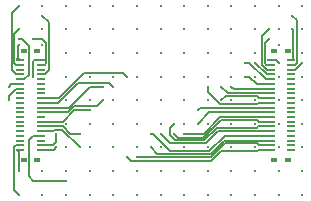
<source format=gbl>
G04 #@! TF.GenerationSoftware,KiCad,Pcbnew,9.0.1-9.0.1-0~ubuntu24.04.1*
G04 #@! TF.CreationDate,2025-04-23T13:35:13+02:00*
G04 #@! TF.ProjectId,ILM139C,494c4d31-3339-4432-9e6b-696361645f70,rev?*
G04 #@! TF.SameCoordinates,Original*
G04 #@! TF.FileFunction,Copper,L4,Bot*
G04 #@! TF.FilePolarity,Positive*
%FSLAX46Y46*%
G04 Gerber Fmt 4.6, Leading zero omitted, Abs format (unit mm)*
G04 Created by KiCad (PCBNEW 9.0.1-9.0.1-0~ubuntu24.04.1) date 2025-04-23 13:35:13*
%MOMM*%
%LPD*%
G01*
G04 APERTURE LIST*
G04 #@! TA.AperFunction,SMDPad,CuDef*
%ADD10R,0.650000X0.200000*%
G04 #@! TD*
G04 #@! TA.AperFunction,SMDPad,CuDef*
%ADD11R,0.530000X0.450000*%
G04 #@! TD*
G04 #@! TA.AperFunction,ViaPad*
%ADD12C,0.250000*%
G04 #@! TD*
G04 #@! TA.AperFunction,Conductor*
%ADD13C,0.127000*%
G04 #@! TD*
G04 APERTURE END LIST*
D10*
X93460500Y-56390500D03*
X93460500Y-56790500D03*
X93460500Y-57190500D03*
X93460500Y-57590500D03*
X93460500Y-57990500D03*
X93460500Y-58390500D03*
X93460500Y-58790500D03*
X93460500Y-59190500D03*
X93460500Y-59590500D03*
X93460500Y-59990500D03*
X93460500Y-60390500D03*
X93460500Y-60790500D03*
X93460500Y-61190500D03*
X93460500Y-61590500D03*
X93460500Y-61990500D03*
X93460500Y-62390500D03*
X93460500Y-62790500D03*
X93460500Y-63190500D03*
X93460500Y-63590500D03*
X93460500Y-63990500D03*
X91720500Y-63990500D03*
X91720500Y-63590500D03*
X91720500Y-63190500D03*
X91720500Y-62790500D03*
X91720500Y-62390500D03*
X91720500Y-61990500D03*
X91720500Y-61590500D03*
X91720500Y-61190500D03*
X91720500Y-60790500D03*
X91720500Y-60390500D03*
X91720500Y-59990500D03*
X91720500Y-59590500D03*
X91720500Y-59190500D03*
X91720500Y-58790500D03*
X91720500Y-58390500D03*
X91720500Y-57990500D03*
X91720500Y-57590500D03*
X91720500Y-57190500D03*
X91720500Y-56790500D03*
X91720500Y-56390500D03*
D11*
X92020500Y-55580500D03*
X93160500Y-55580500D03*
X93160500Y-64800500D03*
X92020500Y-64800500D03*
D10*
X114660500Y-56390500D03*
X114660500Y-56790500D03*
X114660500Y-57190500D03*
X114660500Y-57590500D03*
X114660500Y-57990500D03*
X114660500Y-58390500D03*
X114660500Y-58790500D03*
X114660500Y-59190500D03*
X114660500Y-59590500D03*
X114660500Y-59990500D03*
X114660500Y-60390500D03*
X114660500Y-60790500D03*
X114660500Y-61190500D03*
X114660500Y-61590500D03*
X114660500Y-61990500D03*
X114660500Y-62390500D03*
X114660500Y-62790500D03*
X114660500Y-63190500D03*
X114660500Y-63590500D03*
X114660500Y-63990500D03*
X112920500Y-63990500D03*
X112920500Y-63590500D03*
X112920500Y-63190500D03*
X112920500Y-62790500D03*
X112920500Y-62390500D03*
X112920500Y-61990500D03*
X112920500Y-61590500D03*
X112920500Y-61190500D03*
X112920500Y-60790500D03*
X112920500Y-60390500D03*
X112920500Y-59990500D03*
X112920500Y-59590500D03*
X112920500Y-59190500D03*
X112920500Y-58790500D03*
X112920500Y-58390500D03*
X112920500Y-57990500D03*
X112920500Y-57590500D03*
X112920500Y-57190500D03*
X112920500Y-56790500D03*
X112920500Y-56390500D03*
D11*
X113220500Y-55580500D03*
X114360500Y-55580500D03*
X114360500Y-64800500D03*
X113220500Y-64800500D03*
D12*
X93610500Y-52610500D03*
X100770500Y-64610500D03*
X101610500Y-64610500D03*
X102770500Y-63770500D03*
X102770500Y-62610500D03*
X103610500Y-62610500D03*
X104770500Y-61770500D03*
X104770500Y-62610500D03*
X105610500Y-62610500D03*
X106770500Y-61770500D03*
X106770500Y-60610500D03*
X107610500Y-58610500D03*
X108770500Y-59770500D03*
X108770500Y-58610500D03*
X109610500Y-58610500D03*
X110770500Y-57770500D03*
X110770500Y-56610500D03*
X111610500Y-56610500D03*
X112770500Y-53770500D03*
X112770500Y-54610500D03*
X113610500Y-56610500D03*
X115610500Y-56610500D03*
X114770500Y-52610500D03*
X114770500Y-53770500D03*
X92770500Y-54610500D03*
X92770500Y-57770500D03*
X100770500Y-57770500D03*
X99610500Y-58610500D03*
X98770500Y-58610500D03*
X98770500Y-59770500D03*
X97610500Y-60610500D03*
X96770500Y-62610500D03*
X96770500Y-63770500D03*
X94770500Y-62610500D03*
X94770500Y-63770500D03*
X95610500Y-66610500D03*
X90770500Y-59770500D03*
X90770500Y-58610500D03*
X91610500Y-54610500D03*
X93460500Y-57190500D03*
X91720500Y-57190500D03*
X113610500Y-63770500D03*
X113610750Y-55087502D03*
X93460500Y-63190500D03*
X91720500Y-63190500D03*
X93460500Y-61190500D03*
X91720500Y-61190500D03*
X93460500Y-59190500D03*
X91720500Y-59190500D03*
X93610750Y-55087502D03*
X91610750Y-55087502D03*
X115610500Y-67770500D03*
X113610500Y-67770500D03*
X111610500Y-67770500D03*
X109610500Y-67770500D03*
X107610500Y-67770500D03*
X105610500Y-67770500D03*
X103610500Y-67770500D03*
X101610500Y-67770500D03*
X99610500Y-67770500D03*
X97610500Y-67770500D03*
X95610500Y-67770500D03*
X93610500Y-67770500D03*
X91610500Y-67770500D03*
X91610500Y-65770500D03*
X93610500Y-65770500D03*
X95610500Y-65770500D03*
X97610500Y-65770500D03*
X99610500Y-65770500D03*
X101610500Y-65770500D03*
X103610500Y-65770500D03*
X105610500Y-65770500D03*
X107610500Y-65770500D03*
X109610500Y-65770500D03*
X111610500Y-65770500D03*
X113610500Y-65770500D03*
X115610500Y-65770500D03*
X115610500Y-63770500D03*
X111610500Y-63770500D03*
X109610500Y-63770500D03*
X107610500Y-63770500D03*
X105610500Y-63770500D03*
X103610500Y-63770500D03*
X101610500Y-63770500D03*
X99610500Y-63770500D03*
X97610500Y-63770500D03*
X95610500Y-63770500D03*
X95610500Y-61770500D03*
X97610500Y-61770500D03*
X99610500Y-61770500D03*
X101610500Y-61770500D03*
X103610500Y-61770500D03*
X105610500Y-61770500D03*
X107610500Y-61770500D03*
X109610500Y-61770500D03*
X111610500Y-61770500D03*
X113610500Y-61770500D03*
X115610500Y-61770500D03*
X115610500Y-59770500D03*
X113610500Y-57770500D03*
X113610500Y-59770500D03*
X111610500Y-59770500D03*
X109610500Y-59770500D03*
X107610500Y-59770500D03*
X105610500Y-59770500D03*
X103610500Y-59770500D03*
X101610500Y-59770500D03*
X99610500Y-59770500D03*
X97610500Y-59770500D03*
X95610500Y-59770500D03*
X95610500Y-57770500D03*
X97610500Y-57770500D03*
X99610500Y-57770500D03*
X101610500Y-57770500D03*
X103610500Y-57770500D03*
X105610500Y-57770500D03*
X107610500Y-57770500D03*
X109610500Y-57770500D03*
X111610500Y-57770500D03*
X115610500Y-57770500D03*
X115610500Y-55770500D03*
X111610500Y-55770500D03*
X109610500Y-55770500D03*
X107610500Y-55770500D03*
X105610500Y-55770500D03*
X103610500Y-55770500D03*
X101610500Y-55770500D03*
X99610500Y-55770500D03*
X97610500Y-55770500D03*
X95610500Y-55770500D03*
X91610500Y-53770500D03*
X93610500Y-53770500D03*
X95610500Y-53770500D03*
X97610500Y-53770500D03*
X99610500Y-53770500D03*
X101610500Y-53770500D03*
X103610500Y-53770500D03*
X105610500Y-53770500D03*
X107610500Y-53770500D03*
X109610500Y-53770500D03*
X111610500Y-53770500D03*
X113610500Y-53770500D03*
X115610500Y-53770500D03*
X115610500Y-51770500D03*
X113610500Y-51770500D03*
X111610500Y-51770500D03*
X109610500Y-51770500D03*
X107610500Y-51770500D03*
X105610500Y-51770500D03*
X103610500Y-51770500D03*
X101610500Y-51770500D03*
X99610500Y-51770500D03*
X97610500Y-51770500D03*
X95610500Y-51770500D03*
X93610500Y-51770500D03*
X91610500Y-51770500D03*
D13*
X92450000Y-63166000D02*
X92825500Y-62790500D01*
X92825500Y-62790500D02*
X93460500Y-62790500D01*
X93460500Y-57590500D02*
X93814500Y-57590500D01*
X94178250Y-57226750D02*
X94178250Y-53178250D01*
X93814500Y-57590500D02*
X94178250Y-57226750D01*
X94178250Y-53178250D02*
X93610500Y-52610500D01*
X112920500Y-63590500D02*
X111910626Y-63590500D01*
X111910626Y-63590500D02*
X111747376Y-63427250D01*
X107895756Y-64610250D02*
X101610750Y-64610250D01*
X101610750Y-64610250D02*
X101610500Y-64610500D01*
X111747376Y-63427250D02*
X109078756Y-63427250D01*
X109078756Y-63427250D02*
X107895756Y-64610250D01*
X112920500Y-63990500D02*
X111870626Y-63990500D01*
X111870626Y-63990500D02*
X111751126Y-64110000D01*
X111751126Y-64110000D02*
X108718446Y-64110000D01*
X107878446Y-64950000D02*
X101110000Y-64950000D01*
X108718446Y-64110000D02*
X107878446Y-64950000D01*
X101110000Y-64950000D02*
X100770500Y-64610500D01*
X112920500Y-63190500D02*
X108993066Y-63190500D01*
X107842316Y-64341250D02*
X103341250Y-64341250D01*
X108993066Y-63190500D02*
X107842316Y-64341250D01*
X103341250Y-64341250D02*
X102770500Y-63770500D01*
X112920500Y-62790500D02*
X109070626Y-62790500D01*
X104430126Y-64110000D02*
X102930626Y-62610500D01*
X109070626Y-62790500D02*
X107751126Y-64110000D01*
X107751126Y-64110000D02*
X104430126Y-64110000D01*
X102930626Y-62610500D02*
X102770500Y-62610500D01*
X108437946Y-62390500D02*
X107422446Y-63406000D01*
X104406000Y-63406000D02*
X103610500Y-62610500D01*
X112920500Y-62390500D02*
X108437946Y-62390500D01*
X107422446Y-63406000D02*
X104406000Y-63406000D01*
X112920500Y-61990500D02*
X111870626Y-61990500D01*
X104431000Y-62110000D02*
X104770500Y-61770500D01*
X111870626Y-61990500D02*
X111751126Y-62110000D01*
X111751126Y-62110000D02*
X108396006Y-62110000D01*
X108396006Y-62110000D02*
X107328006Y-63178000D01*
X107328006Y-63178000D02*
X104857874Y-63178000D01*
X104857874Y-63178000D02*
X104431000Y-62751126D01*
X104431000Y-62751126D02*
X104431000Y-62110000D01*
X111751126Y-61431000D02*
X108752566Y-61431000D01*
X107233566Y-62950000D02*
X105110000Y-62950000D01*
X112920500Y-61590500D02*
X111910626Y-61590500D01*
X111910626Y-61590500D02*
X111751126Y-61431000D01*
X108752566Y-61431000D02*
X107233566Y-62950000D01*
X105110000Y-62950000D02*
X104770500Y-62610500D01*
X107250626Y-62610500D02*
X105610500Y-62610500D01*
X112920500Y-61190500D02*
X108670626Y-61190500D01*
X108670626Y-61190500D02*
X107250626Y-62610500D01*
X112920500Y-60790500D02*
X107750500Y-60790500D01*
X107750500Y-60790500D02*
X106770500Y-61770500D01*
X112920500Y-60390500D02*
X106990500Y-60390500D01*
X106990500Y-60390500D02*
X106770500Y-60610500D01*
X111870626Y-59990500D02*
X111751126Y-60110000D01*
X112920500Y-59990500D02*
X111870626Y-59990500D01*
X108629874Y-60110000D02*
X107610500Y-59090626D01*
X111751126Y-60110000D02*
X108629874Y-60110000D01*
X107610500Y-59090626D02*
X107610500Y-58610500D01*
X112920500Y-59590500D02*
X111910626Y-59590500D01*
X111910626Y-59590500D02*
X111751126Y-59431000D01*
X111751126Y-59431000D02*
X109110000Y-59431000D01*
X109110000Y-59431000D02*
X108770500Y-59770500D01*
X112920500Y-59190500D02*
X109350500Y-59190500D01*
X109350500Y-59190500D02*
X108770500Y-58610500D01*
X112920500Y-58790500D02*
X109790500Y-58790500D01*
X109790500Y-58790500D02*
X109610500Y-58610500D01*
X112920500Y-58390500D02*
X111750374Y-58390500D01*
X111750374Y-58390500D02*
X111130374Y-57770500D01*
X111130374Y-57770500D02*
X110770500Y-57770500D01*
X112920500Y-57990500D02*
X112510374Y-57990500D01*
X112510374Y-57990500D02*
X111130374Y-56610500D01*
X111130374Y-56610500D02*
X110770500Y-56610500D01*
X112920500Y-57590500D02*
X112590500Y-57590500D01*
X112590500Y-57590500D02*
X111610500Y-56610500D01*
X112644060Y-57190500D02*
X112203000Y-56749440D01*
X112920500Y-57190500D02*
X112644060Y-57190500D01*
X112203000Y-56749440D02*
X112203000Y-54338000D01*
X112203000Y-54338000D02*
X112770500Y-53770500D01*
X112431000Y-54950000D02*
X112770500Y-54610500D01*
X112431000Y-56655000D02*
X112431000Y-54950000D01*
X112920500Y-56790500D02*
X112566500Y-56790500D01*
X112566500Y-56790500D02*
X112431000Y-56655000D01*
X112920500Y-56390500D02*
X113390500Y-56390500D01*
X113390500Y-56390500D02*
X113610500Y-56610500D01*
X114660500Y-57190500D02*
X115030500Y-57190500D01*
X115030500Y-57190500D02*
X115610500Y-56610500D01*
X114660500Y-56790500D02*
X115014500Y-56790500D01*
X115014500Y-56790500D02*
X115150000Y-56655000D01*
X115150000Y-56655000D02*
X115150000Y-52990000D01*
X115150000Y-52990000D02*
X114770500Y-52610500D01*
X114790000Y-56262500D02*
X114881750Y-56354250D01*
X114790000Y-56261000D02*
X114790000Y-56262500D01*
X114881750Y-56354250D02*
X114845500Y-56390500D01*
X114845500Y-56390500D02*
X114660500Y-56390500D01*
X114660500Y-56390500D02*
X114790000Y-56261000D01*
X114790000Y-56261000D02*
X114790000Y-53790000D01*
X114790000Y-53790000D02*
X114770500Y-53770500D01*
X93460500Y-56790500D02*
X93814500Y-56790500D01*
X93950250Y-56654750D02*
X93950250Y-54946876D01*
X93814500Y-56790500D02*
X93950250Y-56654750D01*
X93950250Y-54946876D02*
X93613874Y-54610500D01*
X93613874Y-54610500D02*
X92770500Y-54610500D01*
X92895500Y-56390500D02*
X92770500Y-56515500D01*
X93460500Y-56390500D02*
X92895500Y-56390500D01*
X92770500Y-56515500D02*
X92770500Y-57770500D01*
X93460500Y-59590500D02*
X94987934Y-59590500D01*
X94987934Y-59590500D02*
X97147434Y-57431000D01*
X97147434Y-57431000D02*
X100431000Y-57431000D01*
X100431000Y-57431000D02*
X100770500Y-57770500D01*
X94910374Y-59990500D02*
X96629874Y-58271000D01*
X93460500Y-59990500D02*
X94910374Y-59990500D01*
X96629874Y-58271000D02*
X99271000Y-58271000D01*
X99271000Y-58271000D02*
X99610500Y-58610500D01*
X93460500Y-60390500D02*
X95865493Y-60390500D01*
X95865493Y-60390500D02*
X97645492Y-58610500D01*
X97645492Y-58610500D02*
X98770500Y-58610500D01*
X96307433Y-60271000D02*
X98270000Y-60271000D01*
X93460500Y-60790500D02*
X95787934Y-60790500D01*
X95787934Y-60790500D02*
X96307433Y-60271000D01*
X98270000Y-60271000D02*
X98770500Y-59770500D01*
X95310374Y-61590500D02*
X96290374Y-60610500D01*
X93460500Y-61590500D02*
X95310374Y-61590500D01*
X96290374Y-60610500D02*
X97610500Y-60610500D01*
X93460500Y-61990500D02*
X95312940Y-61990500D01*
X95312940Y-61990500D02*
X95932941Y-62610500D01*
X95932941Y-62610500D02*
X96770500Y-62610500D01*
X93460500Y-62390500D02*
X94510374Y-62390500D01*
X94629874Y-62271000D02*
X95271000Y-62271000D01*
X94510374Y-62390500D02*
X94629874Y-62271000D01*
X95271000Y-62271000D02*
X96770500Y-63770500D01*
X93460500Y-63590500D02*
X94470374Y-63590500D01*
X94470374Y-63590500D02*
X94770500Y-63290374D01*
X94770500Y-63290374D02*
X94770500Y-62610500D01*
X93460500Y-63990500D02*
X94550500Y-63990500D01*
X94550500Y-63990500D02*
X94770500Y-63770500D01*
X92450000Y-66221500D02*
X92839000Y-66610500D01*
X92450000Y-63166000D02*
X92450000Y-66221500D01*
X92839000Y-66610500D02*
X95610500Y-66610500D01*
X91720500Y-63590500D02*
X91366500Y-63590500D01*
X91366500Y-63590500D02*
X91231000Y-63726000D01*
X91231000Y-63726000D02*
X91231000Y-67391000D01*
X91231000Y-67391000D02*
X91610500Y-67770500D01*
X91591000Y-64119500D02*
X91508750Y-64037250D01*
X91591000Y-64120000D02*
X91591000Y-64119500D01*
X91508750Y-64037250D02*
X91508750Y-64036250D01*
X91508750Y-64036250D02*
X91554500Y-63990500D01*
X91554500Y-63990500D02*
X91720500Y-63990500D01*
X91720500Y-63990500D02*
X91591000Y-64120000D01*
X91591000Y-64120000D02*
X91591000Y-65751000D01*
X91591000Y-65751000D02*
X91610500Y-65770500D01*
X91720500Y-58790500D02*
X91366500Y-58790500D01*
X91366500Y-58790500D02*
X90770500Y-59386500D01*
X90770500Y-59386500D02*
X90770500Y-59770500D01*
X91720500Y-58390500D02*
X90990500Y-58390500D01*
X90990500Y-58390500D02*
X90770500Y-58610500D01*
X91720500Y-57990500D02*
X92074500Y-57990500D01*
X92074500Y-57990500D02*
X92450000Y-57615000D01*
X92450000Y-57615000D02*
X92450000Y-55191000D01*
X92450000Y-55191000D02*
X91869500Y-54610500D01*
X91869500Y-54610500D02*
X91610500Y-54610500D01*
X91720500Y-57590500D02*
X91366500Y-57590500D01*
X91366500Y-57590500D02*
X91003000Y-57227000D01*
X91003000Y-57227000D02*
X91003000Y-52378000D01*
X91003000Y-52378000D02*
X91610500Y-51770500D01*
X91720500Y-56790500D02*
X91366500Y-56790500D01*
X91366500Y-56790500D02*
X91231000Y-56655000D01*
X91231000Y-56655000D02*
X91231000Y-54150000D01*
X91231000Y-54150000D02*
X91610500Y-53770500D01*
X91536750Y-56207250D02*
X91459750Y-56284250D01*
X91536750Y-56206750D02*
X91536750Y-56207250D01*
X91459750Y-56284250D02*
X91459750Y-56285250D01*
X91459750Y-56285250D02*
X91565000Y-56390500D01*
X91565000Y-56390500D02*
X91720500Y-56390500D01*
X91536750Y-56206750D02*
X91536750Y-56345250D01*
X91536750Y-56345250D02*
X91675250Y-56345250D01*
X91675250Y-56345250D02*
X91720500Y-56390500D01*
X91720500Y-56390500D02*
X91536750Y-56206750D01*
X91536750Y-56206750D02*
X91536750Y-55161502D01*
X91536750Y-55161502D02*
X91610750Y-55087502D01*
M02*

</source>
